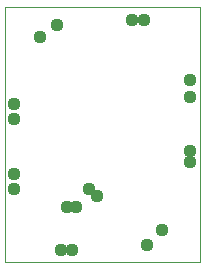
<source format=gbs>
G75*
%MOIN*%
%OFA0B0*%
%FSLAX24Y24*%
%IPPOS*%
%LPD*%
%AMOC8*
5,1,8,0,0,1.08239X$1,22.5*
%
%ADD10C,0.0000*%
%ADD11C,0.0437*%
D10*
X002392Y002517D02*
X002392Y011017D01*
X008892Y011017D01*
X008892Y002517D01*
X002392Y002517D01*
D11*
X004267Y002892D03*
X004642Y002892D03*
X004767Y004329D03*
X004454Y004329D03*
X005204Y004954D03*
X005454Y004704D03*
X007142Y003079D03*
X007642Y003579D03*
X008579Y005829D03*
X008579Y006204D03*
X008579Y008017D03*
X008579Y008579D03*
X007017Y010579D03*
X006642Y010579D03*
X004142Y010392D03*
X003579Y010017D03*
X002704Y007767D03*
X002704Y007267D03*
X002704Y005454D03*
X002704Y004954D03*
M02*

</source>
